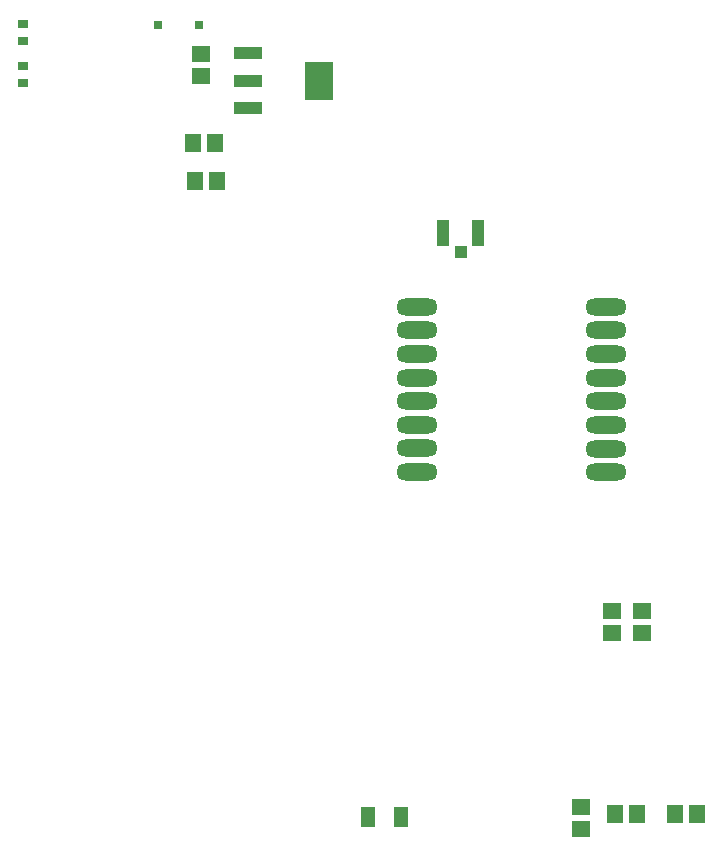
<source format=gtp>
G04 Layer_Color=8421504*
%FSLAX44Y44*%
%MOMM*%
G71*
G01*
G75*
%ADD10R,1.5000X1.4000*%
%ADD11R,1.4000X1.5000*%
%ADD12R,0.9500X0.7000*%
%ADD13R,1.0500X2.2000*%
%ADD14R,1.0500X1.0000*%
%ADD15O,3.5000X1.4500*%
%ADD16R,0.8000X0.7000*%
%ADD17R,1.2500X1.7500*%
%ADD18R,2.3500X1.0000*%
%ADD19R,2.3500X3.3000*%
D10*
X1008380Y673460D02*
D03*
Y654960D02*
D03*
X982980Y673460D02*
D03*
Y654960D02*
D03*
X956310Y507090D02*
D03*
Y488590D02*
D03*
X635000Y1126130D02*
D03*
Y1144630D02*
D03*
D11*
X648060Y1037590D02*
D03*
X629560D02*
D03*
X1035960Y501650D02*
D03*
X1054460D02*
D03*
X1003660D02*
D03*
X985160D02*
D03*
X628290Y1069340D02*
D03*
X646790D02*
D03*
D12*
X483870Y1156320D02*
D03*
Y1170320D02*
D03*
Y1120760D02*
D03*
Y1134760D02*
D03*
D13*
X839960Y993140D02*
D03*
X869460D02*
D03*
D14*
X854710Y977640D02*
D03*
D15*
X977900Y790910D02*
D03*
Y810910D02*
D03*
Y830910D02*
D03*
Y850910D02*
D03*
Y870910D02*
D03*
Y890910D02*
D03*
Y910910D02*
D03*
Y930910D02*
D03*
X817440Y791060D02*
D03*
Y811060D02*
D03*
Y831060D02*
D03*
Y851060D02*
D03*
Y871060D02*
D03*
Y891060D02*
D03*
Y911060D02*
D03*
Y931060D02*
D03*
D16*
X633450Y1169670D02*
D03*
X598450D02*
D03*
D17*
X775940Y499110D02*
D03*
X803940D02*
D03*
D18*
X674370Y1145540D02*
D03*
Y1122540D02*
D03*
Y1099540D02*
D03*
D19*
X734870Y1122540D02*
D03*
M02*

</source>
